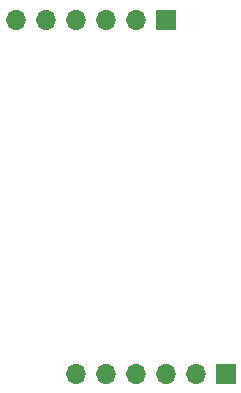
<source format=gbr>
%TF.GenerationSoftware,KiCad,Pcbnew,8.0.2*%
%TF.CreationDate,2024-12-23T10:52:28+01:00*%
%TF.ProjectId,flexconnector,666c6578-636f-46e6-9e65-63746f722e6b,rev?*%
%TF.SameCoordinates,Original*%
%TF.FileFunction,Soldermask,Bot*%
%TF.FilePolarity,Negative*%
%FSLAX46Y46*%
G04 Gerber Fmt 4.6, Leading zero omitted, Abs format (unit mm)*
G04 Created by KiCad (PCBNEW 8.0.2) date 2024-12-23 10:52:28*
%MOMM*%
%LPD*%
G01*
G04 APERTURE LIST*
%ADD10R,1.700000X1.700000*%
%ADD11O,1.700000X1.700000*%
G04 APERTURE END LIST*
D10*
%TO.C,J2*%
X38354000Y-25400000D03*
D11*
X35814000Y-25400000D03*
X33274000Y-25400000D03*
X30734000Y-25400000D03*
X28194000Y-25400000D03*
X25654000Y-25400000D03*
%TD*%
D10*
%TO.C,J1*%
X43434000Y-55372000D03*
D11*
X40894000Y-55372000D03*
X38354000Y-55372000D03*
X35814000Y-55372000D03*
X33274000Y-55372000D03*
X30734000Y-55372000D03*
%TD*%
M02*

</source>
